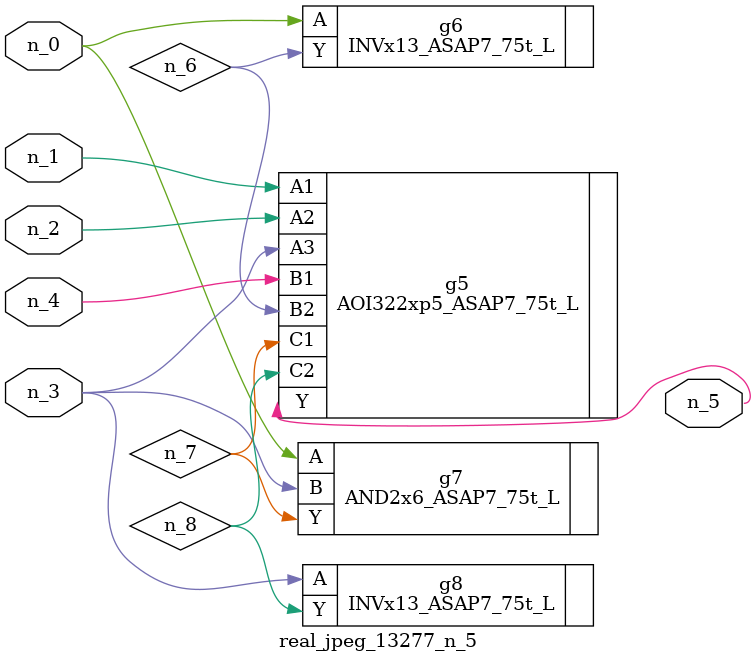
<source format=v>
module real_jpeg_13277_n_5 (n_4, n_0, n_1, n_2, n_3, n_5);

input n_4;
input n_0;
input n_1;
input n_2;
input n_3;

output n_5;

wire n_8;
wire n_6;
wire n_7;

INVx13_ASAP7_75t_L g6 ( 
.A(n_0),
.Y(n_6)
);

AND2x6_ASAP7_75t_L g7 ( 
.A(n_0),
.B(n_3),
.Y(n_7)
);

AOI322xp5_ASAP7_75t_L g5 ( 
.A1(n_1),
.A2(n_2),
.A3(n_3),
.B1(n_4),
.B2(n_6),
.C1(n_7),
.C2(n_8),
.Y(n_5)
);

INVx13_ASAP7_75t_L g8 ( 
.A(n_3),
.Y(n_8)
);


endmodule
</source>
